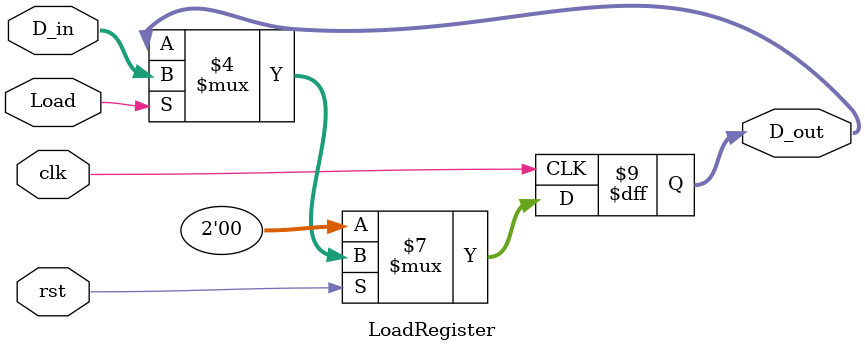
<source format=v>


module LoadRegister(D_in, D_out, clk, rst, Load);
   input [1:0] D_in;
   output [1:0] D_out;
   input clk, rst;
   input Load; 
   reg [1:0] D_out;  

   always@(posedge clk) begin
         if(rst == 1'b0) begin
               D_out <= 2'b00;
         end
         else begin
               if (Load == 1'b1) begin
                     D_out <= D_in; //normal operation after reset
               end
         end
   end

endmodule



</source>
